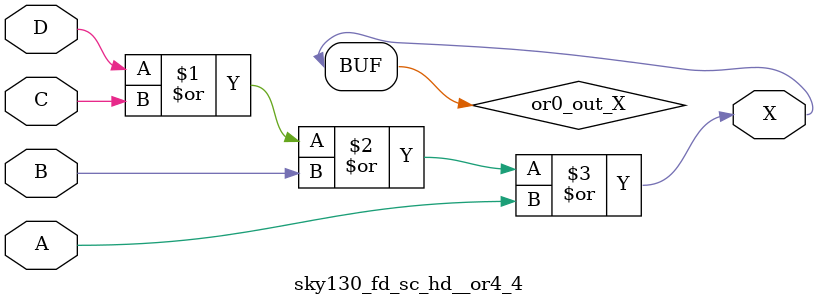
<source format=v>
/*
 * Copyright 2020 The SkyWater PDK Authors
 *
 * Licensed under the Apache License, Version 2.0 (the "License");
 * you may not use this file except in compliance with the License.
 * You may obtain a copy of the License at
 *
 *     https://www.apache.org/licenses/LICENSE-2.0
 *
 * Unless required by applicable law or agreed to in writing, software
 * distributed under the License is distributed on an "AS IS" BASIS,
 * WITHOUT WARRANTIES OR CONDITIONS OF ANY KIND, either express or implied.
 * See the License for the specific language governing permissions and
 * limitations under the License.
 *
 * SPDX-License-Identifier: Apache-2.0
*/


`ifndef SKY130_FD_SC_HD__OR4_4_FUNCTIONAL_V
`define SKY130_FD_SC_HD__OR4_4_FUNCTIONAL_V

/**
 * or4: 4-input OR.
 *
 * Verilog simulation functional model.
 */

`timescale 1ns / 1ps
`default_nettype none

`celldefine
module sky130_fd_sc_hd__or4_4 (
    X,
    A,
    B,
    C,
    D
);

    // Module ports
    output X;
    input  A;
    input  B;
    input  C;
    input  D;

    // Local signals
    wire or0_out_X;

    //  Name  Output     Other arguments
    or  or0  (or0_out_X, D, C, B, A     );
    buf buf0 (X        , or0_out_X      );

endmodule
`endcelldefine

`default_nettype wire
`endif  // SKY130_FD_SC_HD__OR4_4_FUNCTIONAL_V

</source>
